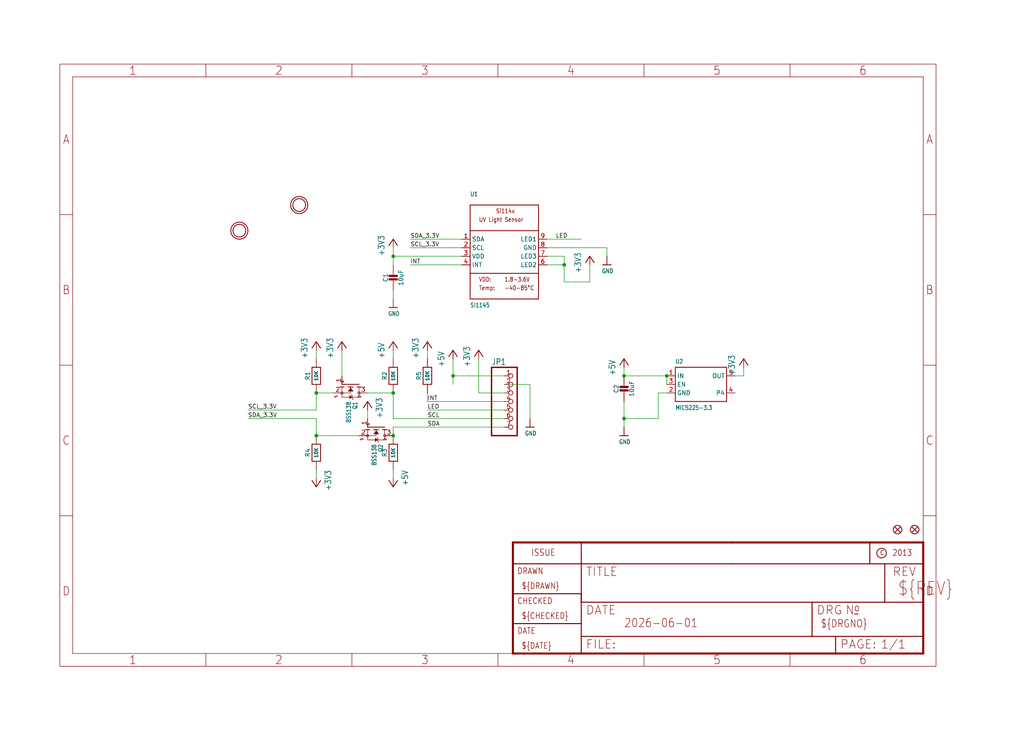
<source format=kicad_sch>
(kicad_sch (version 20230121) (generator eeschema)
  (paper "User" 304.267 217.322)
  (lib_symbols
    (symbol "working-eagle-import:+3V3" (power)
      (property "Value" "+3V3" (at -2.54 -5.08 90))
      (symbol "+3V3_1_0"
        (polyline (pts (xy 0 0) (xy -1.27 -1.905)) (stroke (width 0.254)))
        (polyline (pts (xy 1.27 -1.905) (xy 0 0)) (stroke (width 0.254)))
        (pin power_in line (at 0 -2.54 90) (length 2.54) (name "+3V3") (number "1"))
      )
    )
    (symbol "working-eagle-import:+5V" (power)
      (property "Value" "+5V" (at -2.54 -5.08 90))
      (symbol "+5V_1_0"
        (polyline (pts (xy 0 0) (xy -1.27 -1.905)) (stroke (width 0.254)))
        (polyline (pts (xy 1.27 -1.905) (xy 0 0)) (stroke (width 0.254)))
        (pin power_in line (at 0 -2.54 90) (length 2.54) (name "+5V") (number "1"))
      )
    )
    (symbol "working-eagle-import:CAP_CERAMIC0805-NOOUTLINE"
      (property "Reference" "C" (at -2.29 1.25 90))
      (symbol "CAP_CERAMIC0805-NOOUTLINE_1_0"
        (rectangle (start -1.27 0.508) (end 1.27 1.016) (fill (type outline)))
        (rectangle (start -1.27 1.524) (end 1.27 2.032) (fill (type outline)))
        (polyline (pts (xy 0 0.762) (xy 0 0)) (stroke (width 0.1524)))
        (polyline (pts (xy 0 2.54) (xy 0 1.778)) (stroke (width 0.1524)))
        (pin passive line (at 0 5.08 270) (length 2.54) (name "1") (number "1"))
        (pin passive line (at 0 -2.54 90) (length 2.54) (name "2") (number "2"))
      )
    )
    (symbol "working-eagle-import:FIDUCIAL{dblquote}{dblquote}"
      (symbol "FIDUCIAL{dblquote}{dblquote}_1_0"
        (polyline (pts (xy -0.762 0.762) (xy 0.762 -0.762)) (stroke (width 0.254)))
        (polyline (pts (xy 0.762 0.762) (xy -0.762 -0.762)) (stroke (width 0.254)))
        (circle (center 0 0) (radius 1.27) (stroke (width 0.254)))
      )
    )
    (symbol "working-eagle-import:FRAME_A4"
      (symbol "FRAME_A4_1_0"
        (polyline (pts (xy 0 44.7675) (xy 3.81 44.7675)))
        (polyline (pts (xy 0 89.535) (xy 3.81 89.535)))
        (polyline (pts (xy 0 134.3025) (xy 3.81 134.3025)))
        (polyline (pts (xy 3.81 3.81) (xy 3.81 175.26)))
        (polyline (pts (xy 43.3917 0) (xy 43.3917 3.81)))
        (polyline (pts (xy 43.3917 175.26) (xy 43.3917 179.07)))
        (polyline (pts (xy 86.7833 0) (xy 86.7833 3.81)))
        (polyline (pts (xy 86.7833 175.26) (xy 86.7833 179.07)))
        (polyline (pts (xy 130.175 0) (xy 130.175 3.81)))
        (polyline (pts (xy 130.175 175.26) (xy 130.175 179.07)))
        (polyline (pts (xy 173.5667 0) (xy 173.5667 3.81)))
        (polyline (pts (xy 173.5667 175.26) (xy 173.5667 179.07)))
        (polyline (pts (xy 216.9583 0) (xy 216.9583 3.81)))
        (polyline (pts (xy 216.9583 175.26) (xy 216.9583 179.07)))
        (polyline (pts (xy 256.54 3.81) (xy 3.81 3.81)))
        (polyline (pts (xy 256.54 3.81) (xy 256.54 8.89)) (stroke (width 0.1016)))
        (polyline (pts (xy 256.54 3.81) (xy 256.54 175.26)))
        (polyline (pts (xy 256.54 8.89) (xy 256.54 13.97)) (stroke (width 0.1016)))
        (polyline (pts (xy 256.54 13.97) (xy 256.54 19.05)) (stroke (width 0.1016)))
        (polyline (pts (xy 256.54 19.05) (xy 256.54 36.83)) (stroke (width 0.1016)))
        (polyline (pts (xy 256.54 44.7675) (xy 260.35 44.7675)))
        (polyline (pts (xy 256.54 89.535) (xy 260.35 89.535)))
        (polyline (pts (xy 256.54 134.3025) (xy 260.35 134.3025)))
        (polyline (pts (xy 256.54 175.26) (xy 3.81 175.26)))
        (polyline (pts (xy 0 0) (xy 260.35 0) (xy 260.35 179.07) (xy 0 179.07) (xy 0 0)))
        (text "1" (at 21.6958 1.905 0) (effects (font (size 2.54 2.286))))
        (text "1" (at 21.6958 177.165 0) (effects (font (size 2.54 2.286))))
        (text "2" (at 65.0875 1.905 0) (effects (font (size 2.54 2.286))))
        (text "2" (at 65.0875 177.165 0) (effects (font (size 2.54 2.286))))
        (text "3" (at 108.4792 1.905 0) (effects (font (size 2.54 2.286))))
        (text "3" (at 108.4792 177.165 0) (effects (font (size 2.54 2.286))))
        (text "4" (at 151.8708 1.905 0) (effects (font (size 2.54 2.286))))
        (text "4" (at 151.8708 177.165 0) (effects (font (size 2.54 2.286))))
        (text "5" (at 195.2625 1.905 0) (effects (font (size 2.54 2.286))))
        (text "5" (at 195.2625 177.165 0) (effects (font (size 2.54 2.286))))
        (text "6" (at 238.6542 1.905 0) (effects (font (size 2.54 2.286))))
        (text "6" (at 238.6542 177.165 0) (effects (font (size 2.54 2.286))))
        (text "A" (at 1.905 156.6863 0) (effects (font (size 2.54 2.286))))
        (text "A" (at 258.445 156.6863 0) (effects (font (size 2.54 2.286))))
        (text "B" (at 1.905 111.9188 0) (effects (font (size 2.54 2.286))))
        (text "B" (at 258.445 111.9188 0) (effects (font (size 2.54 2.286))))
        (text "C" (at 1.905 67.1513 0) (effects (font (size 2.54 2.286))))
        (text "C" (at 258.445 67.1513 0) (effects (font (size 2.54 2.286))))
        (text "D" (at 1.905 22.3838 0) (effects (font (size 2.54 2.286))))
        (text "D" (at 258.445 22.3838 0) (effects (font (size 2.54 2.286))))
      )
      (symbol "FRAME_A4_2_0"
        (polyline (pts (xy 1.27 -6.35) (xy 1.27 0)) (stroke (width 0.1016)))
        (polyline (pts (xy 1.27 0) (xy 82.55 0)) (stroke (width 0.1016)))
        (polyline (pts (xy 82.55 -6.35) (xy 1.27 -6.35)) (stroke (width 0.1016)))
        (polyline (pts (xy 82.55 0) (xy 82.55 -6.35)) (stroke (width 0.1016)))
        (text "PART OR WHOLE IS STRICTLY PROHIBITED WITHOUT WRITTEN PERMISSION!" (at 3.81 -5.08 0) (effects (font (size 1.27 1.0795)) (justify left bottom)))
        (text "PROPRIETARY" (at 3.81 -10.16 0) (effects (font (size 2.54 2.159) (thickness 0.4318) bold) (justify left bottom)))
        (text "THIS DRAWING CONTAINS CONFIDENTIAL INFORMATION. ANY REPRODUCTION IN" (at 3.81 -2.794 0) (effects (font (size 1.27 1.0795)) (justify left bottom)))
      )
      (symbol "FRAME_A4_3_0"
        (polyline (pts (xy 0 1.27) (xy 20.32 1.27)) (stroke (width 0.6096)))
        (polyline (pts (xy 0 10.16) (xy 0 1.27)) (stroke (width 0.6096)))
        (polyline (pts (xy 0 10.16) (xy 20.32 10.16)) (stroke (width 0.3048)))
        (polyline (pts (xy 0 19.05) (xy 0 10.16)) (stroke (width 0.6096)))
        (polyline (pts (xy 0 19.05) (xy 20.32 19.05)) (stroke (width 0.3048)))
        (polyline (pts (xy 0 27.94) (xy 0 19.05)) (stroke (width 0.6096)))
        (polyline (pts (xy 0 27.94) (xy 20.32 27.94)) (stroke (width 0.3048)))
        (polyline (pts (xy 0 34.29) (xy 0 27.94)) (stroke (width 0.6096)))
        (polyline (pts (xy 20.32 1.27) (xy 20.32 6.35)) (stroke (width 0.3048)))
        (polyline (pts (xy 20.32 1.27) (xy 95.885 1.27)) (stroke (width 0.6096)))
        (polyline (pts (xy 20.32 6.35) (xy 20.32 10.16)) (stroke (width 0.3048)))
        (polyline (pts (xy 20.32 6.35) (xy 88.9 6.35)) (stroke (width 0.3048)))
        (polyline (pts (xy 20.32 10.16) (xy 20.32 19.05)) (stroke (width 0.3048)))
        (polyline (pts (xy 20.32 16.51) (xy 20.32 19.05)) (stroke (width 0.3048)))
        (polyline (pts (xy 20.32 19.05) (xy 20.32 27.94)) (stroke (width 0.3048)))
        (polyline (pts (xy 20.32 27.94) (xy 20.32 34.29)) (stroke (width 0.3048)))
        (polyline (pts (xy 20.32 27.94) (xy 65.0875 27.94)) (stroke (width 0.3048)))
        (polyline (pts (xy 20.32 34.29) (xy 0 34.29)) (stroke (width 0.6096)))
        (polyline (pts (xy 65.0875 27.94) (xy 106.045 27.94)) (stroke (width 0.3048)))
        (polyline (pts (xy 65.0875 34.29) (xy 20.32 34.29)) (stroke (width 0.6096)))
        (polyline (pts (xy 88.9 6.35) (xy 95.885 6.35)) (stroke (width 0.3048)))
        (polyline (pts (xy 88.9 16.51) (xy 20.32 16.51)) (stroke (width 0.3048)))
        (polyline (pts (xy 88.9 16.51) (xy 88.9 6.35)) (stroke (width 0.3048)))
        (polyline (pts (xy 95.885 1.27) (xy 121.92 1.27)) (stroke (width 0.6096)))
        (polyline (pts (xy 95.885 6.35) (xy 95.885 1.27)) (stroke (width 0.3048)))
        (polyline (pts (xy 95.885 6.35) (xy 121.92 6.35)) (stroke (width 0.3048)))
        (polyline (pts (xy 101.6 13.0175) (xy 102.5525 13.0175)) (stroke (width 0.254)))
        (polyline (pts (xy 106.045 27.94) (xy 106.045 34.29)) (stroke (width 0.3048)))
        (polyline (pts (xy 106.045 27.94) (xy 110.49 27.94)) (stroke (width 0.3048)))
        (polyline (pts (xy 106.045 34.29) (xy 65.0875 34.29)) (stroke (width 0.6096)))
        (polyline (pts (xy 110.49 16.51) (xy 88.9 16.51)) (stroke (width 0.3048)))
        (polyline (pts (xy 110.49 27.94) (xy 110.49 16.51)) (stroke (width 0.3048)))
        (polyline (pts (xy 110.49 27.94) (xy 113.03 27.94)) (stroke (width 0.3048)))
        (polyline (pts (xy 113.03 27.94) (xy 121.92 27.94)) (stroke (width 0.3048)))
        (polyline (pts (xy 113.03 34.29) (xy 106.045 34.29)) (stroke (width 0.6096)))
        (polyline (pts (xy 121.92 6.35) (xy 121.92 1.27)) (stroke (width 0.6096)))
        (polyline (pts (xy 121.92 16.51) (xy 110.49 16.51)) (stroke (width 0.3048)))
        (polyline (pts (xy 121.92 16.51) (xy 121.92 6.35)) (stroke (width 0.6096)))
        (polyline (pts (xy 121.92 27.94) (xy 121.92 16.51)) (stroke (width 0.6096)))
        (polyline (pts (xy 121.92 34.29) (xy 113.03 34.29)) (stroke (width 0.6096)))
        (polyline (pts (xy 121.92 34.29) (xy 121.92 27.94)) (stroke (width 0.6096)))
        (circle (center 109.5375 31.115) (radius 1.4199) (stroke (width 0.254)))
        (text "${#}/${##}" (at 109.22 2.54 0) (effects (font (size 2.54 2.54)) (justify left bottom)))
        (text "${CHECKED}" (at 2.54 11.43 0) (effects (font (size 1.778 1.5113)) (justify left bottom)))
        (text "${COMPANY}" (at 23.6538 29.3687 0) (effects (font (size 3.175 2.6987) (thickness 0.5397) bold) (justify left bottom)))
        (text "${CURRENT_DATE}" (at 33.02 8.89 0) (effects (font (size 2.54 2.159)) (justify left bottom)))
        (text "${DATE}" (at 2.54 2.54 0) (effects (font (size 1.778 1.5113)) (justify left bottom)))
        (text "${DRAWN}" (at 2.54 20.32 0) (effects (font (size 1.778 1.5113)) (justify left bottom)))
        (text "${DRGNO}" (at 91.44 8.89 0) (effects (font (size 2.1844 1.8567)) (justify left bottom)))
        (text "${PROJECTNAME}" (at 33.3375 2.54 0) (effects (font (size 2.54 2.159)) (justify left bottom)))
        (text "${REV}" (at 114.3 18.415 0) (effects (font (size 3.81 3.2385)) (justify left bottom)))
        (text "2013" (at 112.7125 30.1625 0) (effects (font (size 1.778 1.5113)) (justify left bottom)))
        (text "C" (at 109.0612 30.48 0) (effects (font (size 1.27 1.0795)) (justify left bottom)))
        (text "CHECKED" (at 1.27 15.875 0) (effects (font (size 1.778 1.5113)) (justify left bottom)))
        (text "DATE" (at 1.27 6.985 0) (effects (font (size 1.778 1.5113)) (justify left bottom)))
        (text "DATE" (at 21.59 12.7 0) (effects (font (size 2.54 2.54)) (justify left bottom)))
        (text "DRAWN" (at 1.27 24.765 0) (effects (font (size 1.778 1.5113)) (justify left bottom)))
        (text "DRG" (at 90.17 12.7 0) (effects (font (size 2.54 2.54)) (justify left bottom)))
        (text "FILE:" (at 21.59 2.54 0) (effects (font (size 2.54 2.54)) (justify left bottom)))
        (text "ISSUE" (at 5.3975 30.1625 0) (effects (font (size 1.9304 1.6408)) (justify left bottom)))
        (text "N" (at 98.7425 12.7 0) (effects (font (size 2.54 2.54)) (justify left bottom)))
        (text "o" (at 101.2825 13.6525 0) (effects (font (size 2.1844 1.8567)) (justify left bottom)))
        (text "PAGE:" (at 97.155 2.54 0) (effects (font (size 2.54 2.54)) (justify left bottom)))
        (text "REV" (at 112.7125 24.13 0) (effects (font (size 2.54 2.54)) (justify left bottom)))
        (text "TITLE" (at 21.59 24.13 0) (effects (font (size 2.54 2.54)) (justify left bottom)))
      )
    )
    (symbol "working-eagle-import:GND" (power)
      (property "Value" "GND" (at -1.524 -2.54 0))
      (symbol "GND_1_0"
        (polyline (pts (xy -1.27 0) (xy 1.27 0)) (stroke (width 0.254)))
        (pin power_in line (at 0 2.54 270) (length 2.54) (name "GND") (number "1"))
      )
    )
    (symbol "working-eagle-import:HEADER-1X770MIL"
      (property "Reference" "JP" (at -6.35 10.795 0))
      (symbol "HEADER-1X770MIL_1_0"
        (polyline (pts (xy -6.35 -10.16) (xy 1.27 -10.16)) (stroke (width 0.4064)))
        (polyline (pts (xy -6.35 10.16) (xy -6.35 -10.16)) (stroke (width 0.4064)))
        (polyline (pts (xy 1.27 -10.16) (xy 1.27 10.16)) (stroke (width 0.4064)))
        (polyline (pts (xy 1.27 10.16) (xy -6.35 10.16)) (stroke (width 0.4064)))
        (pin passive inverted (at -2.54 7.62 0) (length 2.54) (name "1") (number "1"))
        (pin passive inverted (at -2.54 5.08 0) (length 2.54) (name "2") (number "2"))
        (pin passive inverted (at -2.54 2.54 0) (length 2.54) (name "3") (number "3"))
        (pin passive inverted (at -2.54 0 0) (length 2.54) (name "4") (number "4"))
        (pin passive inverted (at -2.54 -2.54 0) (length 2.54) (name "5") (number "5"))
        (pin passive inverted (at -2.54 -5.08 0) (length 2.54) (name "6") (number "6"))
        (pin passive inverted (at -2.54 -7.62 0) (length 2.54) (name "7") (number "7"))
      )
    )
    (symbol "working-eagle-import:MOSFET-NWIDE"
      (property "Reference" "Q" (at 5.08 0.635 0))
      (symbol "MOSFET-NWIDE_1_0"
        (polyline (pts (xy 0 2.54) (xy 0 -2.54)) (stroke (width 0.254)))
        (polyline (pts (xy 0.762 -2.54) (xy 0.762 -3.175)) (stroke (width 0.254)))
        (polyline (pts (xy 0.762 -1.905) (xy 0.762 -2.54)) (stroke (width 0.254)))
        (polyline (pts (xy 0.762 0) (xy 0.762 -0.762)) (stroke (width 0.254)))
        (polyline (pts (xy 0.762 0) (xy 2.54 0)) (stroke (width 0.1524)))
        (polyline (pts (xy 0.762 0.762) (xy 0.762 0)) (stroke (width 0.254)))
        (polyline (pts (xy 0.762 2.54) (xy 0.762 1.905)) (stroke (width 0.254)))
        (polyline (pts (xy 0.762 2.54) (xy 3.81 2.54)) (stroke (width 0.1524)))
        (polyline (pts (xy 0.762 3.175) (xy 0.762 2.54)) (stroke (width 0.254)))
        (polyline (pts (xy 2.54 -2.54) (xy 0.762 -2.54)) (stroke (width 0.1524)))
        (polyline (pts (xy 2.54 -2.54) (xy 3.81 -2.54)) (stroke (width 0.1524)))
        (polyline (pts (xy 2.54 0) (xy 2.54 -2.54)) (stroke (width 0.1524)))
        (polyline (pts (xy 3.302 0.508) (xy 3.048 0.254)) (stroke (width 0.1524)))
        (polyline (pts (xy 3.81 0.508) (xy 3.302 0.508)) (stroke (width 0.1524)))
        (polyline (pts (xy 3.81 0.508) (xy 3.81 -2.54)) (stroke (width 0.1524)))
        (polyline (pts (xy 3.81 2.54) (xy 3.81 0.508)) (stroke (width 0.1524)))
        (polyline (pts (xy 4.318 0.508) (xy 3.81 0.508)) (stroke (width 0.1524)))
        (polyline (pts (xy 4.572 0.762) (xy 4.318 0.508)) (stroke (width 0.1524)))
        (polyline (pts (xy 1.016 0) (xy 2.032 0.762) (xy 2.032 -0.762)) (stroke (width 0.1524)) (fill (type outline)))
        (polyline (pts (xy 3.81 0.508) (xy 3.302 -0.254) (xy 4.318 -0.254)) (stroke (width 0.1524)) (fill (type outline)))
        (circle (center 2.54 -2.54) (radius 0.3592))
        (circle (center 2.54 2.54) (radius 0.3592))
        (text "D" (at 3.175 3.175 0) (effects (font (size 0.8128 0.6908)) (justify left bottom)))
        (text "G" (at -1.27 -1.905 0) (effects (font (size 0.8128 0.6908)) (justify left bottom)))
        (text "S" (at 3.175 -3.81 0) (effects (font (size 0.8128 0.6908)) (justify left bottom)))
        (pin bidirectional line (at -2.54 -2.54 0) (length 2.54) (name "G") (number "1"))
        (pin bidirectional line (at 2.54 -5.08 90) (length 2.54) (name "S") (number "2"))
        (pin bidirectional line (at 2.54 5.08 270) (length 2.54) (name "D") (number "3"))
      )
    )
    (symbol "working-eagle-import:MOUNTINGHOLE2.5"
      (symbol "MOUNTINGHOLE2.5_1_0"
        (circle (center 0 0) (radius 1.905) (stroke (width 0.254)))
        (circle (center 0 0) (radius 2.54) (stroke (width 0.254)))
      )
    )
    (symbol "working-eagle-import:RESISTOR0805_NOOUTLINE"
      (property "Reference" "R" (at 0 2.54 0))
      (symbol "RESISTOR0805_NOOUTLINE_1_0"
        (polyline (pts (xy -2.54 -1.27) (xy -2.54 1.27)) (stroke (width 0.254)))
        (polyline (pts (xy -2.54 1.27) (xy 2.54 1.27)) (stroke (width 0.254)))
        (polyline (pts (xy 2.54 -1.27) (xy -2.54 -1.27)) (stroke (width 0.254)))
        (polyline (pts (xy 2.54 1.27) (xy 2.54 -1.27)) (stroke (width 0.254)))
        (pin passive line (at -5.08 0 0) (length 2.54) (name "1") (number "1"))
        (pin passive line (at 5.08 0 180) (length 2.54) (name "2") (number "2"))
      )
    )
    (symbol "working-eagle-import:SI114X"
      (property "Reference" "U" (at -10.16 17.78 0))
      (symbol "SI114X_1_0"
        (polyline (pts (xy -10.16 -12.7) (xy 10.16 -12.7)) (stroke (width 0.254)))
        (polyline (pts (xy -10.16 -5.08) (xy -10.16 -12.7)) (stroke (width 0.254)))
        (polyline (pts (xy -10.16 -5.08) (xy -10.16 7.62)) (stroke (width 0.254)))
        (polyline (pts (xy -10.16 7.62) (xy -10.16 15.24)) (stroke (width 0.254)))
        (polyline (pts (xy -10.16 7.62) (xy 10.16 7.62)) (stroke (width 0.254)))
        (polyline (pts (xy -10.16 15.24) (xy 10.16 15.24)) (stroke (width 0.254)))
        (polyline (pts (xy 10.16 -12.7) (xy 10.16 -5.08)) (stroke (width 0.254)))
        (polyline (pts (xy 10.16 -5.08) (xy -10.16 -5.08)) (stroke (width 0.254)))
        (polyline (pts (xy 10.16 7.62) (xy 10.16 -5.08)) (stroke (width 0.254)))
        (polyline (pts (xy 10.16 15.24) (xy 10.16 7.62)) (stroke (width 0.254)))
        (text "-40-85°C" (at 0 -10.16 0) (effects (font (size 1.27 1.0795)) (justify left bottom)))
        (text "1.8-3.6V" (at 0 -7.62 0) (effects (font (size 1.27 1.0795)) (justify left bottom)))
        (text "Si114x" (at -2.54 12.7 0) (effects (font (size 1.27 1.0795)) (justify left bottom)))
        (text "Temp:" (at -7.62 -10.16 0) (effects (font (size 1.27 1.0795)) (justify left bottom)))
        (text "UV Light Sensor" (at -7.62 10.16 0) (effects (font (size 1.27 1.0795)) (justify left bottom)))
        (text "VDD:" (at -7.62 -7.62 0) (effects (font (size 1.27 1.0795)) (justify left bottom)))
        (pin bidirectional line (at -12.7 5.08 0) (length 2.54) (name "SDA") (number "1"))
        (pin input line (at -12.7 2.54 0) (length 2.54) (name "SCL") (number "2"))
        (pin power_in line (at -12.7 0 0) (length 2.54) (name "VDD") (number "3"))
        (pin open_collector line (at -12.7 -2.54 0) (length 2.54) (name "INT") (number "4"))
        (pin open_collector line (at 12.7 -2.54 180) (length 2.54) (name "LED2") (number "6"))
        (pin open_collector line (at 12.7 0 180) (length 2.54) (name "LED3") (number "7"))
        (pin power_in line (at 12.7 2.54 180) (length 2.54) (name "GND") (number "8"))
        (pin open_collector line (at 12.7 5.08 180) (length 2.54) (name "LED1") (number "9"))
      )
    )
    (symbol "working-eagle-import:VREG_SOT23-5"
      (property "Reference" "U" (at -7.62 6.096 0))
      (symbol "VREG_SOT23-5_1_0"
        (polyline (pts (xy -7.62 -5.08) (xy -7.62 5.08)) (stroke (width 0.254)))
        (polyline (pts (xy -7.62 5.08) (xy 7.62 5.08)) (stroke (width 0.254)))
        (polyline (pts (xy 7.62 -5.08) (xy -7.62 -5.08)) (stroke (width 0.254)))
        (polyline (pts (xy 7.62 5.08) (xy 7.62 -5.08)) (stroke (width 0.254)))
        (pin power_in line (at -10.16 2.54 0) (length 2.54) (name "IN") (number "1"))
        (pin power_in line (at -10.16 -2.54 0) (length 2.54) (name "GND") (number "2"))
        (pin input line (at -10.16 0 0) (length 2.54) (name "EN") (number "3"))
        (pin bidirectional line (at 10.16 -2.54 180) (length 2.54) (name "P4") (number "4"))
        (pin power_in line (at 10.16 2.54 180) (length 2.54) (name "OUT") (number "5"))
      )
    )
  )
  (junction (at 116.84 129.54))
  (junction (at 93.98 129.54))
  (junction (at 185.42 124.46))
  (junction (at 116.84 76.2))
  (junction (at 134.62 111.76))
  (junction (at 116.84 116.84))
  (junction (at 198.12 111.76))
  (junction (at 185.42 111.76))
  (junction (at 167.64 78.74))
  (junction (at 93.98 116.84))
  (wire (pts (xy 121.92 71.12) (xy 137.16 71.12)) (stroke (width 0.1524)))
  (wire (pts (xy 149.86 119.38) (xy 127 119.38)) (stroke (width 0.1524)))
  (wire (pts (xy 149.86 114.3) (xy 157.48 114.3)) (stroke (width 0.1524)))
  (wire (pts (xy 134.62 111.76) (xy 134.62 106.68)) (stroke (width 0.1524)))
  (wire (pts (xy 195.58 124.46) (xy 185.42 124.46)) (stroke (width 0.1524)))
  (wire (pts (xy 162.56 78.74) (xy 167.64 78.74)) (stroke (width 0.1524)))
  (wire (pts (xy 93.98 142.24) (xy 93.98 139.7)) (stroke (width 0.1524)))
  (wire (pts (xy 162.56 76.2) (xy 167.64 76.2)) (stroke (width 0.1524)))
  (wire (pts (xy 127 116.84) (xy 127 119.38)) (stroke (width 0.1524)))
  (wire (pts (xy 116.84 76.2) (xy 116.84 78.74)) (stroke (width 0.1524)))
  (wire (pts (xy 167.64 76.2) (xy 167.64 78.74)) (stroke (width 0.1524)))
  (wire (pts (xy 149.86 121.92) (xy 127 121.92)) (stroke (width 0.1524)))
  (wire (pts (xy 116.84 129.54) (xy 116.84 127)) (stroke (width 0.1524)))
  (wire (pts (xy 162.56 73.66) (xy 180.34 73.66)) (stroke (width 0.1524)))
  (wire (pts (xy 93.98 116.84) (xy 99.06 116.84)) (stroke (width 0.1524)))
  (wire (pts (xy 116.84 124.46) (xy 149.86 124.46)) (stroke (width 0.1524)))
  (wire (pts (xy 116.84 76.2) (xy 116.84 73.66)) (stroke (width 0.1524)))
  (wire (pts (xy 134.62 114.3) (xy 134.62 111.76)) (stroke (width 0.1524)))
  (wire (pts (xy 116.84 127) (xy 149.86 127)) (stroke (width 0.1524)))
  (wire (pts (xy 106.68 129.54) (xy 93.98 129.54)) (stroke (width 0.1524)))
  (wire (pts (xy 157.48 114.3) (xy 157.48 124.46)) (stroke (width 0.1524)))
  (wire (pts (xy 137.16 73.66) (xy 121.92 73.66)) (stroke (width 0.1524)))
  (wire (pts (xy 167.64 78.74) (xy 167.64 83.82)) (stroke (width 0.1524)))
  (wire (pts (xy 142.24 116.84) (xy 149.86 116.84)) (stroke (width 0.1524)))
  (wire (pts (xy 109.22 121.92) (xy 109.22 124.46)) (stroke (width 0.1524)))
  (wire (pts (xy 198.12 114.3) (xy 198.12 111.76)) (stroke (width 0.1524)))
  (wire (pts (xy 149.86 111.76) (xy 134.62 111.76)) (stroke (width 0.1524)))
  (wire (pts (xy 116.84 104.14) (xy 116.84 106.68)) (stroke (width 0.1524)))
  (wire (pts (xy 93.98 121.92) (xy 93.98 116.84)) (stroke (width 0.1524)))
  (wire (pts (xy 185.42 109.22) (xy 185.42 111.76)) (stroke (width 0.1524)))
  (wire (pts (xy 218.44 111.76) (xy 220.98 111.76)) (stroke (width 0.1524)))
  (wire (pts (xy 180.34 73.66) (xy 180.34 76.2)) (stroke (width 0.1524)))
  (wire (pts (xy 101.6 111.76) (xy 101.6 104.14)) (stroke (width 0.1524)))
  (wire (pts (xy 185.42 124.46) (xy 185.42 119.38)) (stroke (width 0.1524)))
  (wire (pts (xy 116.84 116.84) (xy 116.84 124.46)) (stroke (width 0.1524)))
  (wire (pts (xy 167.64 83.82) (xy 175.26 83.82)) (stroke (width 0.1524)))
  (wire (pts (xy 127 104.14) (xy 127 106.68)) (stroke (width 0.1524)))
  (wire (pts (xy 142.24 106.68) (xy 142.24 116.84)) (stroke (width 0.1524)))
  (wire (pts (xy 137.16 76.2) (xy 116.84 76.2)) (stroke (width 0.1524)))
  (wire (pts (xy 195.58 116.84) (xy 195.58 124.46)) (stroke (width 0.1524)))
  (wire (pts (xy 198.12 111.76) (xy 185.42 111.76)) (stroke (width 0.1524)))
  (wire (pts (xy 175.26 83.82) (xy 175.26 78.74)) (stroke (width 0.1524)))
  (wire (pts (xy 93.98 129.54) (xy 93.98 124.46)) (stroke (width 0.1524)))
  (wire (pts (xy 109.22 116.84) (xy 116.84 116.84)) (stroke (width 0.1524)))
  (wire (pts (xy 137.16 78.74) (xy 121.92 78.74)) (stroke (width 0.1524)))
  (wire (pts (xy 93.98 104.14) (xy 93.98 106.68)) (stroke (width 0.1524)))
  (wire (pts (xy 162.56 71.12) (xy 172.72 71.12)) (stroke (width 0.1524)))
  (wire (pts (xy 73.66 124.46) (xy 93.98 124.46)) (stroke (width 0.1524)))
  (wire (pts (xy 220.98 111.76) (xy 220.98 109.22)) (stroke (width 0.1524)))
  (wire (pts (xy 198.12 116.84) (xy 195.58 116.84)) (stroke (width 0.1524)))
  (wire (pts (xy 116.84 142.24) (xy 116.84 139.7)) (stroke (width 0.1524)))
  (wire (pts (xy 185.42 124.46) (xy 185.42 127)) (stroke (width 0.1524)))
  (wire (pts (xy 116.84 86.36) (xy 116.84 88.9)) (stroke (width 0.1524)))
  (wire (pts (xy 93.98 121.92) (xy 73.66 121.92)) (stroke (width 0.1524)))
  (label "SDA_3.3V" (at 121.92 71.12 0) (effects (font (size 1.2446 1.2446))))
  (label "SCL" (at 127 124.46 0) (effects (font (size 1.2446 1.2446))))
  (label "SCL_3.3V" (at 121.92 73.66 0) (effects (font (size 1.2446 1.2446))))
  (label "INT" (at 127 119.38 0) (effects (font (size 1.2446 1.2446))))
  (label "SDA_3.3V" (at 73.66 124.46 0) (effects (font (size 1.2446 1.2446))))
  (label "SDA" (at 127 127 0) (effects (font (size 1.2446 1.2446))))
  (label "LED" (at 165.1 71.12 0) (effects (font (size 1.2446 1.2446))))
  (label "SCL_3.3V" (at 73.66 121.92 0) (effects (font (size 1.2446 1.2446))))
  (label "INT" (at 121.92 78.74 0) (effects (font (size 1.2446 1.2446))))
  (label "LED" (at 127 121.92 0) (effects (font (size 1.2446 1.2446))))
  (symbol (lib_id "working-eagle-import:+5V") (at 116.84 144.78 180) (unit 1)
    (property "Reference" "#P+3" (effects hide))
    (property "Value" "+5V" (at 119.38 139.7 90) (effects (font (size 1.778 1.5113)) (justify left bottom)))
  )
  (symbol (lib_id "working-eagle-import:+5V") (at 185.42 106.68 0) (unit 1)
    (property "Reference" "#P+4" (effects hide))
    (property "Value" "+5V" (at 182.88 111.76 90) (effects (font (size 1.778 1.5113)) (justify left bottom)))
  )
  (symbol (lib_id "working-eagle-import:GND") (at 180.34 78.74 0) (unit 1)
    (property "Reference" "#U$1" (effects hide))
    (property "Value" "GND" (at 178.816 81.28 0) (effects (font (size 1.27 1.0795)) (justify left bottom)))
  )
  (symbol (lib_id "working-eagle-import:+3V3") (at 93.98 101.6 0) (unit 1)
    (property "Reference" "#+3V4" (effects hide))
    (property "Value" "+3V3" (at 91.44 106.68 90) (effects (font (size 1.778 1.5113)) (justify left bottom)))
  )
  (symbol (lib_id "working-eagle-import:+5V") (at 116.84 101.6 0) (unit 1)
    (property "Reference" "#P+1" (effects hide))
    (property "Value" "+5V" (at 114.3 106.68 90) (effects (font (size 1.778 1.5113)) (justify left bottom)))
  )
  (symbol (lib_id "working-eagle-import:+3V3") (at 93.98 144.78 180) (unit 1)
    (property "Reference" "#+3V5" (effects hide))
    (property "Value" "+3V3" (at 96.52 139.7 90) (effects (font (size 1.778 1.5113)) (justify left bottom)))
  )
  (symbol (lib_id "working-eagle-import:+3V3") (at 109.22 119.38 0) (mirror y) (unit 1)
    (property "Reference" "#+3V3" (effects hide))
    (property "Value" "+3V3" (at 111.76 124.46 90) (effects (font (size 1.778 1.5113)) (justify left bottom)))
  )
  (symbol (lib_id "working-eagle-import:+3V3") (at 175.26 76.2 0) (unit 1)
    (property "Reference" "#+3V8" (effects hide))
    (property "Value" "+3V3" (at 172.72 81.28 90) (effects (font (size 1.778 1.5113)) (justify left bottom)))
  )
  (symbol (lib_id "working-eagle-import:GND") (at 157.48 127 0) (unit 1)
    (property "Reference" "#U$4" (effects hide))
    (property "Value" "GND" (at 155.956 129.54 0) (effects (font (size 1.27 1.0795)) (justify left bottom)))
  )
  (symbol (lib_id "working-eagle-import:FIDUCIAL{dblquote}{dblquote}") (at 271.78 157.48 0) (unit 1)
    (property "Reference" "FID1" (effects hide))
    (property "Value" "FIDUCIAL{dblquote}{dblquote}" (effects hide))
    (property "Footprint" "working:FIDUCIAL_1MM" (effects hide))
  )
  (symbol (lib_id "working-eagle-import:MOSFET-NWIDE") (at 104.14 114.3 270) (unit 1)
    (property "Reference" "Q1" (at 104.775 119.38 0) (effects (font (size 1.27 1.0795)) (justify left bottom)))
    (property "Value" "BSS138" (at 102.87 119.38 0) (effects (font (size 1.27 1.0795)) (justify left bottom)))
    (property "Footprint" "working:SOT23-WIDE" (effects hide))
  )
  (symbol (lib_id "working-eagle-import:FIDUCIAL{dblquote}{dblquote}") (at 266.7 157.48 0) (unit 1)
    (property "Reference" "FID2" (effects hide))
    (property "Value" "FIDUCIAL{dblquote}{dblquote}" (effects hide))
    (property "Footprint" "working:FIDUCIAL_1MM" (effects hide))
  )
  (symbol (lib_id "working-eagle-import:FRAME_A4") (at 152.4 195.58 0) (unit 3)
    (property "Reference" "#FRAME1" (effects hide))
    (property "Value" "FRAME_A4" (effects hide))
  )
  (symbol (lib_id "working-eagle-import:+3V3") (at 142.24 104.14 0) (unit 1)
    (property "Reference" "#+3V1" (effects hide))
    (property "Value" "+3V3" (at 139.7 109.22 90) (effects (font (size 1.778 1.5113)) (justify left bottom)))
  )
  (symbol (lib_id "working-eagle-import:MOUNTINGHOLE2.5") (at 88.9 60.96 0) (unit 1)
    (property "Reference" "U$5" (effects hide))
    (property "Value" "MOUNTINGHOLE2.5" (effects hide))
    (property "Footprint" "working:MOUNTINGHOLE_2.5_PLATED" (effects hide))
  )
  (symbol (lib_id "working-eagle-import:CAP_CERAMIC0805-NOOUTLINE") (at 116.84 83.82 0) (unit 1)
    (property "Reference" "C1" (at 114.55 82.57 90))
    (property "Value" "10uF" (at 119.14 82.57 90))
    (property "Footprint" "working:0805-NO" (effects hide))
  )
  (symbol (lib_id "working-eagle-import:HEADER-1X770MIL") (at 152.4 119.38 0) (unit 1)
    (property "Reference" "JP1" (at 146.05 108.585 0) (effects (font (size 1.778 1.5113)) (justify left bottom)))
    (property "Value" "HEADER-1X770MIL" (effects hide))
    (property "Footprint" "working:1X07_ROUND_70" (effects hide))
  )
  (symbol (lib_id "working-eagle-import:+3V3") (at 220.98 106.68 0) (unit 1)
    (property "Reference" "#+3V6" (effects hide))
    (property "Value" "+3V3" (at 218.44 111.76 90) (effects (font (size 1.778 1.5113)) (justify left bottom)))
  )
  (symbol (lib_id "working-eagle-import:RESISTOR0805_NOOUTLINE") (at 93.98 134.62 90) (unit 1)
    (property "Reference" "R4" (at 91.44 134.62 0))
    (property "Value" "10K" (at 93.98 134.62 0) (effects (font (size 1.016 1.016) bold)))
    (property "Footprint" "working:0805-NO" (effects hide))
  )
  (symbol (lib_id "working-eagle-import:MOUNTINGHOLE2.5") (at 71.12 68.58 0) (unit 1)
    (property "Reference" "U$6" (effects hide))
    (property "Value" "MOUNTINGHOLE2.5" (effects hide))
    (property "Footprint" "working:MOUNTINGHOLE_2.5_PLATED" (effects hide))
  )
  (symbol (lib_id "working-eagle-import:RESISTOR0805_NOOUTLINE") (at 127 111.76 90) (unit 1)
    (property "Reference" "R5" (at 124.46 111.76 0))
    (property "Value" "10K" (at 127 111.76 0) (effects (font (size 1.016 1.016) bold)))
    (property "Footprint" "working:0805-NO" (effects hide))
  )
  (symbol (lib_id "working-eagle-import:RESISTOR0805_NOOUTLINE") (at 116.84 134.62 90) (unit 1)
    (property "Reference" "R3" (at 114.3 134.62 0))
    (property "Value" "10K" (at 116.84 134.62 0) (effects (font (size 1.016 1.016) bold)))
    (property "Footprint" "working:0805-NO" (effects hide))
  )
  (symbol (lib_id "working-eagle-import:RESISTOR0805_NOOUTLINE") (at 116.84 111.76 90) (unit 1)
    (property "Reference" "R2" (at 114.3 111.76 0))
    (property "Value" "10K" (at 116.84 111.76 0) (effects (font (size 1.016 1.016) bold)))
    (property "Footprint" "working:0805-NO" (effects hide))
  )
  (symbol (lib_id "working-eagle-import:CAP_CERAMIC0805-NOOUTLINE") (at 185.42 116.84 0) (unit 1)
    (property "Reference" "C2" (at 183.13 115.59 90))
    (property "Value" "10uF" (at 187.72 115.59 90))
    (property "Footprint" "working:0805-NO" (effects hide))
  )
  (symbol (lib_id "working-eagle-import:FRAME_A4") (at 17.78 198.12 0) (unit 1)
    (property "Reference" "#FRAME1" (effects hide))
    (property "Value" "FRAME_A4" (effects hide))
  )
  (symbol (lib_id "working-eagle-import:+3V3") (at 116.84 71.12 0) (unit 1)
    (property "Reference" "#+3V7" (effects hide))
    (property "Value" "+3V3" (at 114.3 76.2 90) (effects (font (size 1.778 1.5113)) (justify left bottom)))
  )
  (symbol (lib_id "working-eagle-import:GND") (at 185.42 129.54 0) (unit 1)
    (property "Reference" "#U$13" (effects hide))
    (property "Value" "GND" (at 183.896 132.08 0) (effects (font (size 1.27 1.0795)) (justify left bottom)))
  )
  (symbol (lib_id "working-eagle-import:GND") (at 116.84 91.44 0) (unit 1)
    (property "Reference" "#U$2" (effects hide))
    (property "Value" "GND" (at 115.316 93.98 0) (effects (font (size 1.27 1.0795)) (justify left bottom)))
  )
  (symbol (lib_id "working-eagle-import:+3V3") (at 127 101.6 0) (unit 1)
    (property "Reference" "#+3V9" (effects hide))
    (property "Value" "+3V3" (at 124.46 106.68 90) (effects (font (size 1.778 1.5113)) (justify left bottom)))
  )
  (symbol (lib_id "working-eagle-import:MOSFET-NWIDE") (at 111.76 127 270) (unit 1)
    (property "Reference" "Q2" (at 112.395 132.08 0) (effects (font (size 1.27 1.0795)) (justify left bottom)))
    (property "Value" "BSS138" (at 110.49 132.08 0) (effects (font (size 1.27 1.0795)) (justify left bottom)))
    (property "Footprint" "working:SOT23-WIDE" (effects hide))
  )
  (symbol (lib_id "working-eagle-import:+5V") (at 134.62 104.14 0) (unit 1)
    (property "Reference" "#P+2" (effects hide))
    (property "Value" "+5V" (at 132.08 109.22 90) (effects (font (size 1.778 1.5113)) (justify left bottom)))
  )
  (symbol (lib_id "working-eagle-import:+3V3") (at 101.6 101.6 0) (unit 1)
    (property "Reference" "#+3V2" (effects hide))
    (property "Value" "+3V3" (at 99.06 106.68 90) (effects (font (size 1.778 1.5113)) (justify left bottom)))
  )
  (symbol (lib_id "working-eagle-import:RESISTOR0805_NOOUTLINE") (at 93.98 111.76 90) (unit 1)
    (property "Reference" "R1" (at 91.44 111.76 0))
    (property "Value" "10K" (at 93.98 111.76 0) (effects (font (size 1.016 1.016) bold)))
    (property "Footprint" "working:0805-NO" (effects hide))
  )
  (symbol (lib_id "working-eagle-import:SI114X") (at 149.86 76.2 0) (unit 1)
    (property "Reference" "U1" (at 139.7 58.42 0) (effects (font (size 1.27 1.0795)) (justify left bottom)))
    (property "Value" "SI1145" (at 139.7 91.44 0) (effects (font (size 1.27 1.0795)) (justify left bottom)))
    (property "Footprint" "working:SI114X" (effects hide))
  )
  (symbol (lib_id "working-eagle-import:VREG_SOT23-5") (at 208.28 114.3 0) (unit 1)
    (property "Reference" "U2" (at 200.66 108.204 0) (effects (font (size 1.27 1.0795)) (justify left bottom)))
    (property "Value" "MIC5225-3.3" (at 200.66 121.92 0) (effects (font (size 1.27 1.0795)) (justify left bottom)))
    (property "Footprint" "working:SOT23-5" (effects hide))
  )
)
</source>
